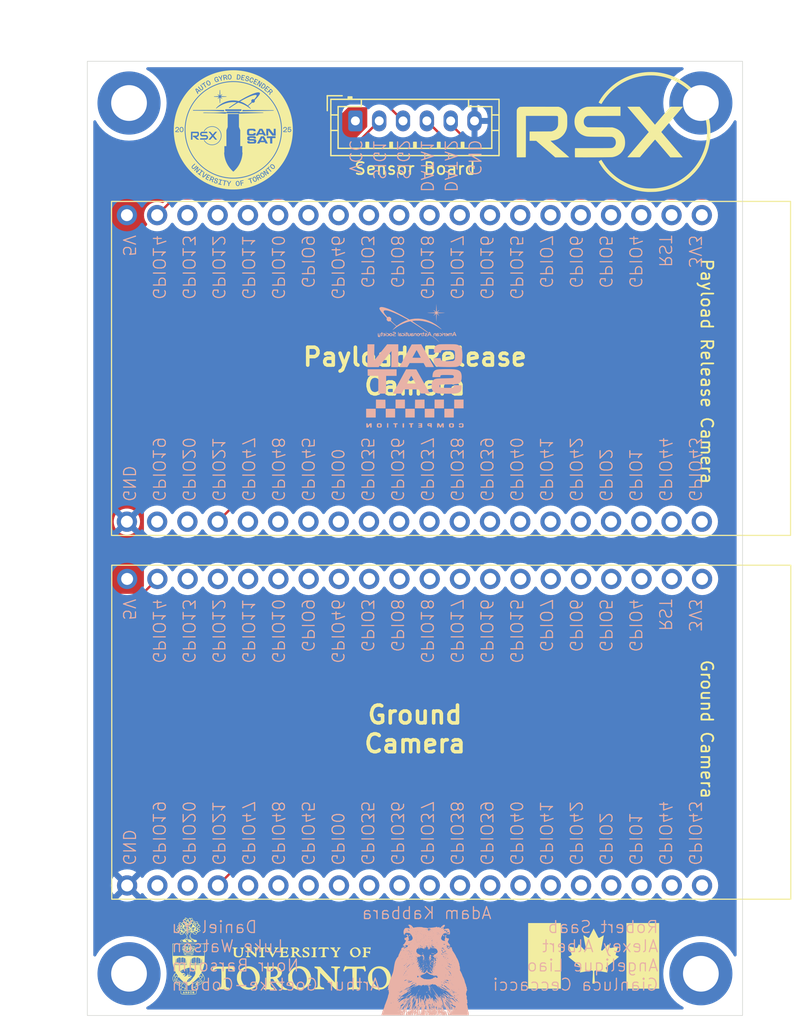
<source format=kicad_pcb>
(kicad_pcb (version 20240108) (generator "pcbnew") (generator_version "8.0")
  (layers (0 "F.Cu" mixed) (31 "B.Cu" power) (34 "B.Paste" user) (35 "F.Paste" user) (36 "B.SilkS" user "B.Silkscreen") (37 "F.SilkS" user "F.Silkscreen") (38 "B.Mask" user) (39 "F.Mask" user) (44 "Edge.Cuts" user))
  (net 0 "")
  (net 1 "GND")
  (net 2 "VCC")
  (net 4 "SIGNAL1")
  (net 5 "DATA1")
  (net 18 "DATA2")
  (net 76 "SIGNAL2")
  (footprint "Custom_Footprints:Freenove_ESP32-S3-WROOM_CAM_Board" (layer "F.Cu") (at 181.55 102.25 -90)
    (property "Reference" "Freenove_ESP32-S3-WROOM_CAM_Board_U2" (hide yes))
    (property "Value" "Ground Camera" (at 13.75 7.05 -90) (layer "F.SilkS"))
    (pad "J2-1" thru_hole circle (at 1.15 7.45 270) (size 1.7 1.7) (drill 1) (layers "*.Cu" "*.Mask"))
    (pad "J2-2" thru_hole circle (at 1.15 9.99 270) (size 1.7 1.7) (drill 1) (layers "*.Cu" "*.Mask"))
    (pad "J2-3" thru_hole circle (at 1.15 12.53 270) (size 1.7 1.7) (drill 1) (layers "*.Cu" "*.Mask"))
    (pad "J2-4" thru_hole circle (at 1.15 15.07 270) (size 1.7 1.7) (drill 1) (layers "*.Cu" "*.Mask"))
    (pad "J2-5" thru_hole circle (at 1.15 17.61 270) (size 1.7 1.7) (drill 1) (layers "*.Cu" "*.Mask"))
    (pad "J2-6" thru_hole circle (at 1.15 20.15 270) (size 1.7 1.7) (drill 1) (layers "*.Cu" "*.Mask"))
    (pad "J2-7" thru_hole circle (at 1.15 22.69 270) (size 1.7 1.7) (drill 1) (layers "*.Cu" "*.Mask"))
    (pad "J2-8" thru_hole circle (at 1.15 25.23 270) (size 1.7 1.7) (drill 1) (layers "*.Cu" "*.Mask"))
    (pad "J2-9" thru_hole circle (at 1.15 27.77 270) (size 1.7 1.7) (drill 1) (layers "*.Cu" "*.Mask"))
    (pad "J2-10" thru_hole circle (at 1.15 30.31 270) (size 1.7 1.7) (drill 1) (layers "*.Cu" "*.Mask"))
    (pad "J2-11" thru_hole circle (at 1.15 32.85 270) (size 1.7 1.7) (drill 1) (layers "*.Cu" "*.Mask"))
    (pad "J2-12" thru_hole circle (at 1.15 35.39 270) (size 1.7 1.7) (drill 1) (layers "*.Cu" "*.Mask"))
    (pad "J2-13" thru_hole circle (at 1.15 37.93 270) (size 1.7 1.7) (drill 1) (layers "*.Cu" "*.Mask"))
    (pad "J2-14" thru_hole circle (at 1.15 40.47 270) (size 1.7 1.7) (drill 1) (layers "*.Cu" "*.Mask"))
    (pad "J2-15" thru_hole circle (at 1.15 43.01 270) (size 1.7 1.7) (drill 1) (layers "*.Cu" "*.Mask"))
    (pad "J2-16" thru_hole circle (at 1.15 45.55 270) (size 1.7 1.7) (drill 1) (layers "*.Cu" "*.Mask"))
    (pad "J2-17" thru_hole circle (at 1.15 48.09 270) (size 1.7 1.7) (drill 1) (layers "*.Cu" "*.Mask"))
    (pad "J2-18" thru_hole circle (at 1.15 50.63 270) (size 1.7 1.7) (drill 1) (layers "*.Cu" "*.Mask"))
    (pad "J2-19" thru_hole circle (at 1.15 53.17 270) (size 1.7 1.7) (drill 1) (layers "*.Cu" "*.Mask") (net 76 "SIGNAL2"))
    (pad "J2-20" thru_hole circle (at 1.15 55.71 270) (size 1.7 1.7) (drill 1) (layers "*.Cu" "*.Mask") (net 2 "VCC"))
    (pad "J3-1" thru_hole circle (at 26.85 7.45 270) (size 1.7 1.7) (drill 1) (layers "*.Cu" "*.Mask"))
    (pad "J3-2" thru_hole circle (at 26.85 9.99 270) (size 1.7 1.7) (drill 1) (layers "*.Cu" "*.Mask"))
    (pad "J3-3" thru_hole circle (at 26.85 12.53 270) (size 1.7 1.7) (drill 1) (layers "*.Cu" "*.Mask"))
    (pad "J3-4" thru_hole circle (at 26.85 15.07 270) (size 1.7 1.7) (drill 1) (layers "*.Cu" "*.Mask"))
    (pad "J3-5" thru_hole circle (at 26.85 17.61 270) (size 1.7 1.7) (drill 1) (layers "*.Cu" "*.Mask"))
    (pad "J3-6" thru_hole circle (at 26.85 20.15 270) (size 1.7 1.7) (drill 1) (layers "*.Cu" "*.Mask"))
    (pad "J3-7" thru_hole circle (at 26.85 22.69 270) (size 1.7 1.7) (drill 1) (layers "*.Cu" "*.Mask"))
    (pad "J3-8" thru_hole circle (at 26.85 25.23 270) (size 1.7 1.7) (drill 1) (layers "*.Cu" "*.Mask"))
    (pad "J3-9" thru_hole circle (at 26.85 27.77 270) (size 1.7 1.7) (drill 1) (layers "*.Cu" "*.Mask"))
    (pad "J3-10" thru_hole circle (at 26.85 30.31 270) (size 1.7 1.7) (drill 1) (layers "*.Cu" "*.Mask"))
    (pad "J3-11" thru_hole circle (at 26.85 32.85 270) (size 1.7 1.7) (drill 1) (layers "*.Cu" "*.Mask"))
    (pad "J3-12" thru_hole circle (at 26.85 35.39 270) (size 1.7 1.7) (drill 1) (layers "*.Cu" "*.Mask"))
    (pad "J3-13" thru_hole circle (at 26.85 37.93 270) (size 1.7 1.7) (drill 1) (layers "*.Cu" "*.Mask"))
    (pad "J3-14" thru_hole circle (at 26.85 40.47 270) (size 1.7 1.7) (drill 1) (layers "*.Cu" "*.Mask"))
    (pad "J3-15" thru_hole circle (at 26.85 43.01 270) (size 1.7 1.7) (drill 1) (layers "*.Cu" "*.Mask"))
    (pad "J3-16" thru_hole circle (at 26.85 45.55 270) (size 1.7 1.7) (drill 1) (layers "*.Cu" "*.Mask"))
    (pad "J3-17" thru_hole circle (at 26.85 48.09 270) (size 1.7 1.7) (drill 1) (layers "*.Cu" "*.Mask") (net 18 "DATA2"))
    (pad "J3-18" thru_hole circle (at 26.85 50.63 270) (size 1.7 1.7) (drill 1) (layers "*.Cu" "*.Mask"))
    (pad "J3-19" thru_hole circle (at 26.85 53.17 270) (size 1.7 1.7) (drill 1) (layers "*.Cu" "*.Mask"))
    (pad "J3-20" thru_hole circle (at 26.85 55.71 270) (size 1.7 1.7) (drill 1) (layers "*.Cu" "*.Mask") (net 1 "GND"))
  )
  (footprint "Graphics:canada_flag" (layer "F.Cu") (at 165 135)
    (property "Reference" "G***")
    (property "Value" "LOGO" (hide yes))
  )
  (footprint "Custom_Footprints:Freenove_ESP32-S3-WROOM_CAM_Board" (layer "F.Cu") (at 181.53 71.75 -90)
    (property "Reference" "Freenove_ESP32-S3-WROOM_CAM_Board_U1" (hide yes))
    (property "Value" "Payload Release Camera" (at 14.25 7.03 -90) (layer "F.SilkS"))
    (pad "J2-1" thru_hole circle (at 1.15 7.45 270) (size 1.7 1.7) (drill 1) (layers "*.Cu" "*.Mask"))
    (pad "J2-2" thru_hole circle (at 1.15 9.99 270) (size 1.7 1.7) (drill 1) (layers "*.Cu" "*.Mask"))
    (pad "J2-3" thru_hole circle (at 1.15 12.53 270) (size 1.7 1.7) (drill 1) (layers "*.Cu" "*.Mask"))
    (pad "J2-4" thru_hole circle (at 1.15 15.07 270) (size 1.7 1.7) (drill 1) (layers "*.Cu" "*.Mask"))
    (pad "J2-5" thru_hole circle (at 1.15 17.61 270) (size 1.7 1.7) (drill 1) (layers "*.Cu" "*.Mask"))
    (pad "J2-6" thru_hole circle (at 1.15 20.15 270) (size 1.7 1.7) (drill 1) (layers "*.Cu" "*.Mask"))
    (pad "J2-7" thru_hole circle (at 1.15 22.69 270) (size 1.7 1.7) (drill 1) (layers "*.Cu" "*.Mask"))
    (pad "J2-8" thru_hole circle (at 1.15 25.23 270) (size 1.7 1.7) (drill 1) (layers "*.Cu" "*.Mask"))
    (pad "J2-9" thru_hole circle (at 1.15 27.77 270) (size 1.7 1.7) (drill 1) (layers "*.Cu" "*.Mask"))
    (pad "J2-10" thru_hole circle (at 1.15 30.31 270) (size 1.7 1.7) (drill 1) (layers "*.Cu" "*.Mask"))
    (pad "J2-11" thru_hole circle (at 1.15 32.85 270) (size 1.7 1.7) (drill 1) (layers "*.Cu" "*.Mask"))
    (pad "J2-12" thru_hole circle (at 1.15 35.39 270) (size 1.7 1.7) (drill 1) (layers "*.Cu" "*.Mask"))
    (pad "J2-13" thru_hole circle (at 1.15 37.93 270) (size 1.7 1.7) (drill 1) (layers "*.Cu" "*.Mask"))
    (pad "J2-14" thru_hole circle (at 1.15 40.47 270) (size 1.7 1.7) (drill 1) (layers "*.Cu" "*.Mask"))
    (pad "J2-15" thru_hole circle (at 1.15 43.01 270) (size 1.7 1.7) (drill 1) (layers "*.Cu" "*.Mask"))
    (pad "J2-16" thru_hole circle (at 1.15 45.55 270) (size 1.7 1.7) (drill 1) (layers "*.Cu" "*.Mask"))
    (pad "J2-17" thru_hole circle (at 1.15 48.09 270) (size 1.7 1.7) (drill 1) (layers "*.Cu" "*.Mask"))
    (pad "J2-18" thru_hole circle (at 1.15 50.63 270) (size 1.7 1.7) (drill 1) (layers "*.Cu" "*.Mask"))
    (pad "J2-19" thru_hole circle (at 1.15 53.17 270) (size 1.7 1.7) (drill 1) (layers "*.Cu" "*.Mask") (net 4 "SIGNAL1"))
    (pad "J2-20" thru_hole circle (at 1.15 55.71 270) (size 1.7 1.7) (drill 1) (layers "*.Cu" "*.Mask") (net 2 "VCC"))
    (pad "J3-1" thru_hole circle (at 26.85 7.45 270) (size 1.7 1.7) (drill 1) (layers "*.Cu" "*.Mask"))
    (pad "J3-2" thru_hole circle (at 26.85 9.99 270) (size 1.7 1.7) (drill 1) (layers "*.Cu" "*.Mask"))
    (pad "J3-3" thru_hole circle (at 26.85 12.53 270) (size 1.7 1.7) (drill 1) (layers "*.Cu" "*.Mask"))
    (pad "J3-4" thru_hole circle (at 26.85 15.07 270) (size 1.7 1.7) (drill 1) (layers "*.Cu" "*.Mask"))
    (pad "J3-5" thru_hole circle (at 26.85 17.61 270) (size 1.7 1.7) (drill 1) (layers "*.Cu" "*.Mask"))
    (pad "J3-6" thru_hole circle (at 26.85 20.15 270) (size 1.7 1.7) (drill 1) (layers "*.Cu" "*.Mask"))
    (pad "J3-7" thru_hole circle (at 26.85 22.69 270) (size 1.7 1.7) (drill 1) (layers "*.Cu" "*.Mask"))
    (pad "J3-8" thru_hole circle (at 26.85 25.23 270) (size 1.7 1.7) (drill 1) (layers "*.Cu" "*.Mask"))
    (pad "J3-9" thru_hole circle (at 26.85 27.77 270) (size 1.7 1.7) (drill 1) (layers "*.Cu" "*.Mask"))
    (pad "J3-10" thru_hole circle (at 26.85 30.31 270) (size 1.7 1.7) (drill 1) (layers "*.Cu" "*.Mask"))
    (pad "J3-11" thru_hole circle (at 26.85 32.85 270) (size 1.7 1.7) (drill 1) (layers "*.Cu" "*.Mask"))
    (pad "J3-12" thru_hole circle (at 26.85 35.39 270) (size 1.7 1.7) (drill 1) (layers "*.Cu" "*.Mask"))
    (pad "J3-13" thru_hole circle (at 26.85 37.93 270) (size 1.7 1.7) (drill 1) (layers "*.Cu" "*.Mask"))
    (pad "J3-14" thru_hole circle (at 26.85 40.47 270) (size 1.7 1.7) (drill 1) (layers "*.Cu" "*.Mask"))
    (pad "J3-15" thru_hole circle (at 26.85 43.01 270) (size 1.7 1.7) (drill 1) (layers "*.Cu" "*.Mask"))
    (pad "J3-16" thru_hole circle (at 26.85 45.55 270) (size 1.7 1.7) (drill 1) (layers "*.Cu" "*.Mask"))
    (pad "J3-17" thru_hole circle (at 26.85 48.09 270) (size 1.7 1.7) (drill 1) (layers "*.Cu" "*.Mask") (net 5 "DATA1"))
    (pad "J3-18" thru_hole circle (at 26.85 50.63 270) (size 1.7 1.7) (drill 1) (layers "*.Cu" "*.Mask"))
    (pad "J3-19" thru_hole circle (at 26.85 53.17 270) (size 1.7 1.7) (drill 1) (layers "*.Cu" "*.Mask"))
    (pad "J3-20" thru_hole circle (at 26.85 55.71 270) (size 1.7 1.7) (drill 1) (layers "*.Cu" "*.Mask") (net 1 "GND"))
  )
  (footprint "Graphics:rsx_logo" (layer "F.Cu") (at 166.5 66)
    (property "Reference" "G***")
    (property "Value" "LOGO" (hide yes))
  )
  (footprint "Graphics:uoft_coat_of_arms_2" (layer "F.Cu") (at 131 135)
    (property "Reference" "G***")
    (property "Value" "LOGO" (hide yes))
  )
  (footprint "Connector_JST:JST_PH_B6B-PH-K_1x06_P2.00mm_Vertical" (layer "F.Cu") (at 145 65)
    (property "Reference" "J1")
    (property "Value" "Sensor Board" (at 5 4 0) (layer "F.SilkS"))
    (pad "1" thru_hole roundrect (at 0 0) (size 1.2 1.75) (drill 0.75) (layers "*.Cu" "*.Mask") (roundrect_rratio 0.208333) (net 2 "VCC"))
    (pad "2" thru_hole oval (at 2 0) (size 1.2 1.75) (drill 0.75) (layers "*.Cu" "*.Mask") (net 4 "SIGNAL1"))
    (pad "3" thru_hole oval (at 4 0) (size 1.2 1.75) (drill 0.75) (layers "*.Cu" "*.Mask") (net 76 "SIGNAL2"))
    (pad "4" thru_hole oval (at 6 0) (size 1.2 1.75) (drill 0.75) (layers "*.Cu" "*.Mask") (net 5 "DATA1"))
    (pad "5" thru_hole oval (at 8 0) (size 1.2 1.75) (drill 0.75) (layers "*.Cu" "*.Mask") (net 18 "DATA2"))
    (pad "6" thru_hole oval (at 10 0) (size 1.2 1.75) (drill 0.75) (layers "*.Cu" "*.Mask") (net 1 "GND"))
  )
  (footprint "Graphics:logo" (layer "F.Cu") (at 134.75 65.75)
    (property "Reference" "G***")
    (property "Value" "LOGO" (hide yes))
  )
  (footprint "Graphics:uoft_text_2" (layer "F.Cu") (at 140.5 136)
    (property "Reference" "G***")
    (property "Value" "LOGO" (hide yes))
  )
  (footprint "DigiKey:WA-SMSI_9774030243" (layer "B.Cu") (at 126 63.5 180)
    (property "Reference" "REF**")
    (property "Value" "WA-SMSI_9774030243")
    (pad "" np_thru_hole circle (at 0 0 180) (size 3 3) (drill 3) (layers "*.Cu" "*.Mask"))
    (pad "1" smd circle (at 0 0 180) (size 5.3 5.3) (layers "B.Cu" "B.Mask"))
  )
  (footprint "DigiKey:WA-SMSI_9774030243" (layer "B.Cu") (at 126 136.5 180)
    (property "Reference" "REF**")
    (property "Value" "WA-SMSI_9774030243")
    (pad "" np_thru_hole circle (at 0 0 180) (size 3 3) (drill 3) (layers "*.Cu" "*.Mask"))
    (pad "1" smd circle (at 0 0 180) (size 5.3 5.3) (layers "B.Cu" "B.Mask"))
  )
  (footprint "Graphics:cansat_logo_2" (layer "B.Cu") (at 150 85.5 180)
    (property "Reference" "G***")
    (property "Value" "LOGO" (hide yes))
  )
  (footprint "DigiKey:WA-SMSI_9774030243" (layer "B.Cu") (at 174 63.5 180)
    (property "Reference" "REF**")
    (property "Value" "WA-SMSI_9774030243")
    (pad "" np_thru_hole circle (at 0 0 180) (size 3 3) (drill 3) (layers "*.Cu" "*.Mask"))
    (pad "1" smd circle (at 0 0 180) (size 5.3 5.3) (layers "B.Cu" "B.Mask"))
  )
  (footprint "Graphics:capybara" (layer "B.Cu") (at 151 135.5 180)
    (property "Reference" "G***")
    (property "Value" "LOGO" (hide yes))
  )
  (footprint "DigiKey:WA-SMSI_9774030243" (layer "B.Cu") (at 174 136.5 180)
    (property "Reference" "REF**")
    (property "Value" "WA-SMSI_9774030243")
    (pad "" np_thru_hole circle (at 0 0 180) (size 3 3) (drill 3) (layers "*.Cu" "*.Mask"))
    (pad "1" smd circle (at 0 0 180) (size 5.3 5.3) (layers "B.Cu" "B.Mask"))
  )
  (gr_rect (start 122.5 60) (end 177.5 140) (stroke (width 0.05)) (fill none) (layer "Edge.Cuts"))
  (gr_text "GPIO0" (at 143.5 97 270) (layer "B.SilkS") (effects (font (size 1 1) (thickness 0.1)) (justify left mirror)))
  (gr_text "GPIO2" (at 166 127.5 270) (layer "B.SilkS") (effects (font (size 1 1) (thickness 0.1)) (justify left mirror)))
  (gr_text "GPIO38" (at 153.5 127.5 270) (layer "B.SilkS") (effects (font (size 1 1) (thickness 0.1)) (justify left mirror)))
  (gr_text "3V3" (at 173.5 74.5 270) (layer "B.SilkS") (effects (font (size 1 1) (thickness 0.1)) (justify right mirror)))
  (gr_text "GPIO14" (at 128.5 74.5 270) (layer "B.SilkS") (effects (font (size 1 1) (thickness 0.1)) (justify right mirror)))
  (gr_text "GPIO36" (at 148.5 127.5 270) (layer "B.SilkS") (effects (font (size 1 1) (thickness 0.1)) (justify left mirror)))
  (gr_text "GPIO43" (at 173.5 127.5 270) (layer "B.SilkS") (effects (font (size 1 1) (thickness 0.1)) (justify left mirror)))
  (gr_text "GPIO39" (at 156 97 270) (layer "B.SilkS") (effects (font (size 1 1) (thickness 0.1)) (justify left mirror)))
  (gr_text "GPIO3" (at 146 74.5 270) (layer "B.SilkS") (effects (font (size 1 1) (thickness 0.1)) (justify right mirror)))
  (gr_text "VCC" (at 145 66.5 270) (layer "B.SilkS") (effects (font (size 1 1) (thickness 0.1)) (justify right mirror)))
  (gr_text "GPIO8" (at 148.5 74.5 270) (layer "B.SilkS") (effects (font (size 1 1) (thickness 0.1)) (justify right mirror)))
  (gr_text "GPIO44" (at 171 97 270) (layer "B.SilkS") (effects (font (size 1 1) (thickness 0.1)) (justify left mirror)))
  (gr_text "GPIO44" (at 171 127.5 270) (layer "B.SilkS") (effects (font (size 1 1) (thickness 0.1)) (justify left mirror)))
  (gr_text "GPIO19" (at 128.5 127.5 270) (layer "B.SilkS") (effects (font (size 1 1) (thickness 0.1)) (justify left mirror)))
  (gr_text "GPIO11" (at 136 74.5 270) (layer "B.SilkS") (effects (font (size 1 1) (thickness 0.1)) (justify right mirror)))
  (gr_text "GPIO36" (at 148.5 97 270) (layer "B.SilkS") (effects (font (size 1 1) (thickness 0.1)) (justify left mirror)))
  (gr_text "DATA1" (at 151 66.5 270) (layer "B.SilkS") (effects (font (size 1 1) (thickness 0.1)) (justify right mirror)))
  (gr_text "GPIO40" (at 158.5 127.5 270) (layer "B.SilkS") (effects (font (size 1 1) (thickness 0.1)) (justify left mirror)))
  (gr_text "GPIO10" (at 138.5 74.5 270) (layer "B.SilkS") (effects (font (size 1 1) (thickness 0.1)) (justify right mirror)))
  (gr_text "GPIO19" (at 128.5 97 270) (layer "B.SilkS") (effects (font (size 1 1) (thickness 0.1)) (justify left mirror)))
  (gr_text "RST" (at 171 105 270) (layer "B.SilkS") (effects (font (size 1 1) (thickness 0.1)) (justify right mirror)))
  (gr_text "GPIO1" (at 168.5 97 270) (layer "B.SilkS") (effects (font (size 1 1) (thickness 0.1)) (justify left mirror)))
  (gr_text "GPIO41" (at 161 97 270) (layer "B.SilkS") (effects (font (size 1 1) (thickness 0.1)) (justify left mirror)))
  (gr_text "GPIO16" (at 156 105 270) (layer "B.SilkS") (effects (font (size 1 1) (thickness 0.1)) (justify right mirror)))
  (gr_text "GPIO16" (at 156 74.5 270) (layer "B.SilkS") (effects (font (size 1 1) (thickness 0.1)) (justify right mirror)))
  (gr_text "GPIO47" (at 136 127.5 270) (layer "B.SilkS") (effects (font (size 1 1) (thickness 0.1)) (justify left mirror)))
  (gr_text "SIG2" (at 149 66.5 270) (layer "B.SilkS") (effects (font (size 1 1) (thickness 0.1)) (justify right mirror)))
  (gr_text "RST" (at 171 74.5 270) (layer "B.SilkS") (effects (font (size 1 1) (thickness 0.1)) (justify right mirror)))
  (gr_text "GPIO4" (at 168.5 105 270) (layer "B.SilkS") (effects (font (size 1 1) (thickness 0.1)) (justify right mirror)))
  (gr_text "GPIO42" (at 163.5 97 270) (layer "B.SilkS") (effects (font (size 1 1) (thickness 0.1)) (justify left mirror)))
  (gr_text "GPIO14" (at 128.5 105 270) (layer "B.SilkS") (effects (font (size 1 1) (thickness 0.1)) (justify right mirror)))
  (gr_text "GPIO48" (at 138.5 127.5 270) (layer "B.SilkS") (effects (font (size 1 1) (thickness 0.1)) (justify left mirror)))
  (gr_text "GPIO15" (at 158.5 74.5 270) (layer "B.SilkS") (effects (font (size 1 1) (thickness 0.1)) (justify right mirror)))
  (gr_text "GPIO45" (at 141 127.5 270) (layer "B.SilkS") (effects (font (size 1 1) (thickness 0.1)) (justify left mirror)))
  (gr_text "GPIO4" (at 168.5 74.5 270) (layer "B.SilkS") (effects (font (size 1 1) (thickness 0.1)) (justify right mirror)))
  (gr_text "GPIO11" (at 136 105 270) (layer "B.SilkS") (effects (font (size 1 1) (thickness 0.1)) (justify right mirror)))
  (gr_text "GPIO13" (at 131 105 270) (layer "B.SilkS") (effects (font (size 1 1) (thickness 0.1)) (justify right mirror)))
  (gr_text "GPIO21" (at 133.5 97 270) (layer "B.SilkS") (effects (font (size 1 1) (thickness 0.1)) (justify left mirror)))
  (gr_text "GPIO15" (at 158.5 105 270) (layer "B.SilkS") (effects (font (size 1 1) (thickness 0.1)) (justify right mirror)))
  (gr_text "GPIO45" (at 141 97 270) (layer "B.SilkS") (effects (font (size 1 1) (thickness 0.1)) (justify left mirror)))
  (gr_text "GPIO9" (at 141 74.5 270) (layer "B.SilkS") (effects (font (size 1 1) (thickness 0.1)) (justify right mirror)))
  (gr_text "GPIO47" (at 136 97 270) (layer "B.SilkS") (effects (font (size 1 1) (thickness 0.1)) (justify left mirror)))
  (gr_text "GPIO20" (at 131 127.5 270) (layer "B.SilkS") (effects (font (size 1 1) (thickness 0.1)) (justify left mirror)))
  (gr_text "Daniel Yu\nLuke Watson\nNour Barsoum\nArthur Goetzke-Coburn" (at 129.5 135 0) (layer "B.SilkS") (effects (font (size 1 1) (thickness 0.1)) (justify right mirror)))
  (gr_text "GPIO6" (at 163.5 105 270) (layer "B.SilkS") (effects (font (size 1 1) (thickness 0.1)) (justify right mirror)))
  (gr_text "GPIO20" (at 131 97 270) (layer "B.SilkS") (effects (font (size 1 1) (thickness 0.1)) (justify left mirror)))
  (gr_text "GPIO41" (at 161 127.5 270) (layer "B.SilkS") (effects (font (size 1 1) (thickness 0.1)) (justify left mirror)))
  (gr_text "5V" (at 126 105 270) (layer "B.SilkS") (effects (font (size 1 1) (thickness 0.1)) (justify right mirror)))
  (gr_text "5V" (at 126 74.5 270) (layer "B.SilkS") (effects (font (size 1 1) (thickness 0.1)) (justify right mirror)))
  (gr_text "GPIO37" (at 151 127.5 270) (layer "B.SilkS") (effects (font (size 1 1) (thickness 0.1)) (justify left mirror)))
  (gr_text "DATA2" (at 153 66.5 270) (layer "B.SilkS") (effects (font (size 1 1) (thickness 0.1)) (justify right mirror)))
  (gr_text "GPIO43" (at 173.5 97 270) (layer "B.SilkS") (effects (font (size 1 1) (thickness 0.1)) (justify left mirror)))
  (gr_text "SIG1" (at 147 66.5 270) (layer "B.SilkS") (effects (font (size 1 1) (thickness 0.1)) (justify right mirror)))
  (gr_text "GPIO39" (at 156 127.5 270) (layer "B.SilkS") (effects (font (size 1 1) (thickness 0.1)) (justify left mirror)))
  (gr_text "GPIO8" (at 148.5 105 270) (layer "B.SilkS") (effects (font (size 1 1) (thickness 0.1)) (justify right mirror)))
  (gr_text "GPIO46" (at 143.5 74.5 270) (layer "B.SilkS") (effects (font (size 1 1) (thickness 0.1)) (justify right mirror)))
  (gr_text "Adam Kabbara" (at 156.5 132 0) (layer "B.SilkS") (effects (font (size 1 1) (thickness 0.1)) (justify left bottom mirror)))
  (gr_text "GND" (at 155 66.5 -90) (layer "B.SilkS") (effects (font (size 1 1) (thickness 0.1)) (justify right mirror)))
  (gr_text "GPIO3" (at 146 105 270) (layer "B.SilkS") (effects (font (size 1 1) (thickness 0.1)) (justify right mirror)))
  (gr_text "GPIO10" (at 138.5 105 270) (layer "B.SilkS") (effects (font (size 1 1) (thickness 0.1)) (justify right mirror)))
  (gr_text "GPIO42" (at 163.5 127.5 270) (layer "B.SilkS") (effects (font (size 1 1) (thickness 0.1)) (justify left mirror)))
  (gr_text "GPIO40" (at 158.5 97 270) (layer "B.SilkS") (effects (font (size 1 1) (thickness 0.1)) (justify left mirror)))
  (gr_text "GPIO35" (at 146 97 270) (layer "B.SilkS") (effects (font (size 1 1) (thickness 0.1)) (justify left mirror)))
  (gr_text "GPIO17" (at 153.5 74.5 270) (layer "B.SilkS") (effects (font (size 1 1) (thickness 0.1)) (justify right mirror)))
  (gr_text "GPIO13" (at 131 74.5 270) (layer "B.SilkS") (effects (font (size 1 1) (thickness 0.1)) (justify right mirror)))
  (gr_text "GND" (at 126 97 270) (layer "B.SilkS") (effects (font (size 1 1) (thickness 0.1)) (justify left mirror)))
  (gr_text "GPIO48" (at 138.5 97 270) (layer "B.SilkS") (effects (font (size 1 1) (thickness 0.1)) (justify left mirror)))
  (gr_text "GPIO35" (at 146 127.5 270) (layer "B.SilkS") (effects (font (size 1 1) (thickness 0.1)) (justify left mirror)))
  (gr_text "GPIO0" (at 143.5 127.5 270) (layer "B.SilkS") (effects (font (size 1 1) (thickness 0.1)) (justify left mirror)))
  (gr_text "Robert Saab\nAlexey Albert\nAngelique Liao\nGianluca Ceccacci" (at 170.5 135 0) (layer "B.SilkS") (effects (font (size 1 1) (thickness 0.1)) (justify left mirror)))
  (gr_text "GPIO7" (at 161 74.5 270) (layer "B.SilkS") (effects (font (size 1 1) (thickness 0.1)) (justify right mirror)))
  (gr_text "GPIO5" (at 166 105 270) (layer "B.SilkS") (effects (font (size 1 1) (thickness 0.1)) (justify right mirror)))
  (gr_text "GPIO17" (at 153.5 105 270) (layer "B.SilkS") (effects (font (size 1 1) (thickness 0.1)) (justify right mirror)))
  (gr_text "GPIO6" (at 163.5 74.5 270) (layer "B.SilkS") (effects (font (size 1 1) (thickness 0.1)) (justify right mirror)))
  (gr_text "GPIO38" (at 153.5 97 270) (layer "B.SilkS") (effects (font (size 1 1) (thickness 0.1)) (justify left mirror)))
  (gr_text "GPIO7" (at 161 105 270) (layer "B.SilkS") (effects (font (size 1 1) (thickness 0.1)) (justify right mirror)))
  (gr_text "GPIO21" (at 133.5 127.5 270) (layer "B.SilkS") (effects (font (size 1 1) (thickness 0.1)) (justify left mirror)))
  (gr_text "GPIO18" (at 151 74.5 270) (layer "B.SilkS") (effects (font (size 1 1) (thickness 0.1)) (justify right mirror)))
  (gr_text "GPIO1" (at 168.5 127.5 270) (layer "B.SilkS") (effects (font (size 1 1) (thickness 0.1)) (justify left mirror)))
  (gr_text "GPIO12" (at 133.5 74.5 270) (layer "B.SilkS") (effects (font (size 1 1) (thickness 0.1)) (justify right mirror)))
  (gr_text "GPIO18" (at 151 105 270) (layer "B.SilkS") (effects (font (size 1 1) (thickness 0.1)) (justify right mirror)))
  (gr_text "GPIO2" (at 166 97 270) (layer "B.SilkS") (effects (font (size 1 1) (thickness 0.1)) (justify left mirror)))
  (gr_text "3V3" (at 173.5 105 270) (layer "B.SilkS") (effects (font (size 1 1) (thickness 0.1)) (justify right mirror)))
  (gr_text "GPIO12" (at 133.5 105 270) (layer "B.SilkS") (effects (font (size 1 1) (thickness 0.1)) (justify right mirror)))
  (gr_text "GPIO5" (at 166 74.5 270) (layer "B.SilkS") (effects (font (size 1 1) (thickness 0.1)) (justify right mirror)))
  (gr_text "GPIO37" (at 151 97 270) (layer "B.SilkS") (effects (font (size 1 1) (thickness 0.1)) (justify left mirror)))
  (gr_text "GPIO9" (at 141 105 270) (layer "B.SilkS") (effects (font (size 1 1) (thickness 0.1)) (justify right mirror)))
  (gr_text "GPIO46" (at 143.5 105 270) (layer "B.SilkS") (effects (font (size 1 1) (thickness 0.1)) (justify right mirror)))
  (gr_text "GND" (at 126 127.5 270) (layer "B.SilkS") (effects (font (size 1 1) (thickness 0.1)) (justify left mirror)))
  (gr_text "Ground\nCamera" (at 150 116 0) (layer "F.SilkS") (effects (font (size 1.5 1.5) (thickness 0.3) (bold yes))))
  (gr_text "Payload Release\nCamera" (at 150 86 0) (layer "F.SilkS") (effects (font (size 1.5 1.5) (thickness 0.3) (bold yes))))
  (segment (start 125.84 102.905686) (end 125.84 103.5) (width 0.2) (layer "F.Cu") (net 2))
  (segment (start 129.76 71.5) (end 128.36 72.9) (width 0.2) (layer "F.Cu") (net 4))
  (segment (start 147 65) (end 140.5 71.5) (width 0.2) (layer "F.Cu") (net 4))
  (segment (start 140.5 71.5) (end 129.76 71.5) (width 0.2) (layer "F.Cu") (net 4))
  (segment (start 175 71.5) (end 176.1 72.6) (width 0.2) (layer "F.Cu") (net 5))
  (segment (start 135.04 97) (end 133.44 98.6) (width 0.2) (layer "F.Cu") (net 5))
  (segment (start 151 65) (end 157.5 71.5) (width 0.2) (layer "F.Cu") (net 5))
  (segment (start 157.5 71.5) (end 175 71.5) (width 0.2) (layer "F.Cu") (net 5))
  (segment (start 172.5 97) (end 135.04 97) (width 0.2) (layer "F.Cu") (net 5))
  (segment (start 176.1 72.6) (end 176.1 93.4) (width 0.2) (layer "F.Cu") (net 5))
  (segment (start 176.1 93.4) (end 172.5 97) (width 0.2) (layer "F.Cu") (net 5))
  (segment (start 158.825 71.1) (end 175.165686 71.1) (width 0.2) (layer "F.Cu") (net 18))
  (segment (start 152.5 127.5) (end 135.06 127.5) (width 0.2) (layer "F.Cu") (net 18))
  (segment (start 176.5 103.5) (end 152.5 127.5) (width 0.2) (layer "F.Cu") (net 18))
  (segment (start 153 65) (end 153 65.275) (width 0.2) (layer "F.Cu") (net 18))
  (segment (start 175.165686 71.1) (end 176.5 72.434314) (width 0.2) (layer "F.Cu") (net 18))
  (segment (start 153 65.275) (end 158.825 71.1) (width 0.2) (layer "F.Cu") (net 18))
  (segment (start 176.5 72.434314) (end 176.5 103.5) (width 0.2) (layer "F.Cu") (net 18))
  (segment (start 135.06 127.5) (end 133.46 129.1) (width 0.2) (layer "F.Cu") (net 18))
  (segment (start 124 72.25) (end 124 104) (width 0.2) (layer "F.Cu") (net 76))
  (segment (start 125 105) (end 126.78 105) (width 0.2) (layer "F.Cu") (net 76))
  (segment (start 144.25 63.5) (end 139 68.75) (width 0.2) (layer "F.Cu") (net 76))
  (segment (start 127.5 68.75) (end 124 72.25) (width 0.2) (layer "F.Cu") (net 76))
  (segment (start 149 65) (end 147.5 63.5) (width 0.2) (layer "F.Cu") (net 76))
  (segment (start 126.78 105) (end 128.38 103.4) (width 0.2) (layer "F.Cu") (net 76))
  (segment (start 124 104) (end 125 105) (width 0.2) (layer "F.Cu") (net 76))
  (segment (start 139 68.75) (end 127.5 68.75) (width 0.2) (layer "F.Cu") (net 76))
  (segment (start 147.5 63.5) (end 144.25 63.5) (width 0.2) (layer "F.Cu") (net 76))
  (zone (net 2) (net_name "VCC") (layer "F.Cu") (priority 1) (connect_pads yes (clearance 0.25)) (min_thickness 0.25) (fill yes (thermal_gap 0.5) (thermal_bridge_width 0.5))
    (polygon (pts (xy 146 63.75) (xy 146 66) (xy 140.5 71.5) (xy 129.75 71.5) (xy 127.25 74) (xy 127.25 105) (xy 124.25 105) (xy 124.25 72) (xy 127.5 68.75) (xy 139 68.75) (xy 144 63.75)))
  )
  (zone (net 1) (net_name "GND") (layer "B.Cu") (name "GND Plane") (connect_pads (clearance 0.5)) (min_thickness 0.25) (fill yes (thermal_gap 0.5) (thermal_bridge_width 0.5))
    (polygon (pts (xy 122.5 60) (xy 122.5 140) (xy 177.5 140) (xy 177.5 60)))
  )
)
</source>
